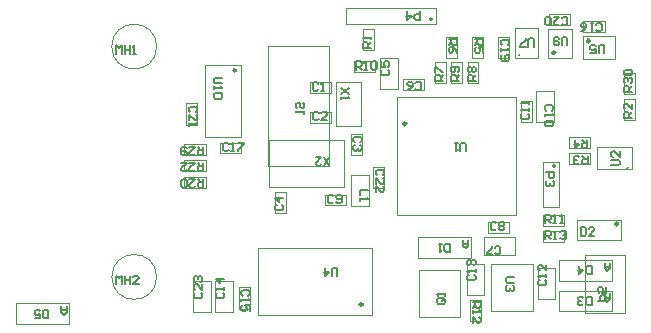
<source format=gbr>
%TF.GenerationSoftware,Altium Limited,Altium Designer,20.2.6 (244)*%
G04 Layer_Color=16711935*
%FSLAX45Y45*%
%MOMM*%
%TF.SameCoordinates,5B1E47F8-7F56-49C7-AB48-EE235D2752C7*%
%TF.FilePolarity,Positive*%
%TF.FileFunction,Other,Mechanical_29*%
%TF.Part,Single*%
G01*
G75*
%TA.AperFunction,NonConductor*%
%ADD60C,0.20000*%
%ADD62C,0.10000*%
%ADD73C,0.25000*%
%ADD74C,0.25400*%
D60*
X5261181Y2430000D02*
G03*
X5261181Y2430000I-5590J0D01*
G01*
X6178090Y1475590D02*
G03*
X6178090Y1475590I-5590J0D01*
G01*
X3822477Y2145725D02*
X3752500Y2099074D01*
X3822477D02*
X3752500Y2145725D01*
Y2075748D02*
Y2052422D01*
Y2064085D01*
X3822477D01*
X3810815Y2075748D01*
X1850000Y2440000D02*
Y2509978D01*
X1873326Y2486652D01*
X1896652Y2509978D01*
Y2440000D01*
X1919978Y2509978D02*
Y2440000D01*
Y2474989D01*
X1966629D01*
Y2509978D01*
Y2440000D01*
X1989955D02*
X2013281D01*
X2001618D01*
Y2509978D01*
X1989955Y2498315D01*
X1850000Y490000D02*
Y559978D01*
X1873326Y536652D01*
X1896652Y559978D01*
Y490000D01*
X1919978Y559978D02*
Y490000D01*
Y524989D01*
X1966629D01*
Y559978D01*
Y490000D01*
X2036607D02*
X1989955D01*
X2036607Y536652D01*
Y548315D01*
X2024944Y559978D01*
X2001618D01*
X1989955Y548315D01*
X6028793Y410733D02*
Y364082D01*
X6005468Y340756D01*
X5982142Y364082D01*
Y410733D01*
Y375744D01*
X6028793D01*
X5873588Y312958D02*
Y382935D01*
X5838599D01*
X5826937Y371273D01*
Y324621D01*
X5838599Y312958D01*
X5873588D01*
X5803611Y324621D02*
X5791948Y312958D01*
X5768622D01*
X5756959Y324621D01*
Y336284D01*
X5768622Y347947D01*
X5780285D01*
X5768622D01*
X5756959Y359610D01*
Y371273D01*
X5768622Y382935D01*
X5791948D01*
X5803611Y371273D01*
X5923897Y346438D02*
X5993874D01*
Y381427D01*
X5982211Y393090D01*
X5958885D01*
X5947223Y381427D01*
Y346438D01*
X5993874Y463068D02*
Y416416D01*
X5958885D01*
X5970548Y439742D01*
Y451405D01*
X5958885Y463068D01*
X5935560D01*
X5923897Y451405D01*
Y428079D01*
X5935560Y416416D01*
X4104833Y1410064D02*
X4116495Y1421727D01*
Y1445053D01*
X4104833Y1456716D01*
X4058181D01*
X4046518Y1445053D01*
Y1421727D01*
X4058181Y1410064D01*
X4046518Y1340087D02*
Y1386738D01*
X4093170Y1340087D01*
X4104833D01*
X4116495Y1351750D01*
Y1375075D01*
X4104833Y1386738D01*
X4046518Y1270109D02*
Y1316761D01*
X4093170Y1270109D01*
X4104833D01*
X4116495Y1281772D01*
Y1305098D01*
X4104833Y1316761D01*
X3979978Y1290000D02*
X3910000D01*
Y1243348D01*
Y1220022D02*
Y1196697D01*
Y1208360D01*
X3979978D01*
X3968315Y1220022D01*
X3685936Y1234832D02*
X3674273Y1246495D01*
X3650947D01*
X3639284Y1234832D01*
Y1188181D01*
X3650947Y1176518D01*
X3674273D01*
X3685936Y1188181D01*
X3709262D02*
X3720924Y1176518D01*
X3744250D01*
X3755913Y1188181D01*
Y1234832D01*
X3744250Y1246495D01*
X3720924D01*
X3709262Y1234832D01*
Y1223170D01*
X3720924Y1211507D01*
X3755913D01*
X3205168Y1159936D02*
X3193505Y1148273D01*
Y1124947D01*
X3205168Y1113284D01*
X3251819D01*
X3263482Y1124947D01*
Y1148273D01*
X3251819Y1159936D01*
X3263482Y1218250D02*
X3193505D01*
X3228493Y1183262D01*
Y1229913D01*
X3559936Y2184833D02*
X3548273Y2196495D01*
X3524947D01*
X3513284Y2184833D01*
Y2138181D01*
X3524947Y2126518D01*
X3548273D01*
X3559936Y2138181D01*
X3583262Y2126518D02*
X3606587D01*
X3594924D01*
Y2196495D01*
X3583262Y2184833D01*
X3562410Y1934833D02*
X3550748Y1946495D01*
X3527422D01*
X3515759Y1934833D01*
Y1888181D01*
X3527422Y1876518D01*
X3550748D01*
X3562410Y1888181D01*
X3632388Y1876518D02*
X3585736D01*
X3632388Y1923170D01*
Y1934833D01*
X3620725Y1946495D01*
X3597399D01*
X3585736Y1934833D01*
X3914833Y1690064D02*
X3926496Y1701727D01*
Y1725053D01*
X3914833Y1736716D01*
X3868181D01*
X3856518Y1725053D01*
Y1701727D01*
X3868181Y1690064D01*
X3914833Y1666738D02*
X3926496Y1655075D01*
Y1631750D01*
X3914833Y1620087D01*
X3903170D01*
X3891507Y1631750D01*
Y1643413D01*
Y1631750D01*
X3879844Y1620087D01*
X3868181D01*
X3856518Y1631750D01*
Y1655075D01*
X3868181Y1666738D01*
X4099160Y2304227D02*
X4087498Y2292564D01*
Y2269239D01*
X4099160Y2257576D01*
X4145812D01*
X4157475Y2269239D01*
Y2292564D01*
X4145812Y2304227D01*
X4087498Y2374205D02*
Y2327553D01*
X4122486D01*
X4110823Y2350879D01*
Y2362542D01*
X4122486Y2374205D01*
X4145812D01*
X4157475Y2362542D01*
Y2339216D01*
X4145812Y2327553D01*
X3878251Y2305163D02*
Y2375140D01*
X3913240D01*
X3924903Y2363477D01*
Y2340152D01*
X3913240Y2328489D01*
X3878251D01*
X3901577D02*
X3924903Y2305163D01*
X3948229D02*
X3971555D01*
X3959892D01*
Y2375140D01*
X3948229Y2363477D01*
X4006543D02*
X4018206Y2375140D01*
X4041532D01*
X4053195Y2363477D01*
Y2316826D01*
X4041532Y2305163D01*
X4018206D01*
X4006543Y2316826D01*
Y2363477D01*
X4004837Y2490751D02*
X3934860D01*
Y2525740D01*
X3946522Y2537403D01*
X3969848D01*
X3981511Y2525740D01*
Y2490751D01*
Y2514077D02*
X4004837Y2537403D01*
Y2560729D02*
Y2584055D01*
Y2572392D01*
X3934860D01*
X3946522Y2560729D01*
X4418500Y2797500D02*
Y2727523D01*
X4383511D01*
X4371848Y2739186D01*
Y2762511D01*
X4383511Y2774174D01*
X4418500D01*
X4313534Y2797500D02*
Y2727523D01*
X4348522Y2762511D01*
X4301871D01*
X4662638Y2564325D02*
X4732615D01*
Y2529336D01*
X4720952Y2517673D01*
X4697627D01*
X4685964Y2529336D01*
Y2564325D01*
Y2540999D02*
X4662638Y2517673D01*
X4732615Y2447696D02*
X4720952Y2471021D01*
X4697627Y2494347D01*
X4674301D01*
X4662638Y2482684D01*
Y2459359D01*
X4674301Y2447696D01*
X4685964D01*
X4697627Y2459359D01*
Y2494347D01*
X4617287Y2210803D02*
X4547310D01*
Y2245791D01*
X4558973Y2257454D01*
X4582298D01*
X4593961Y2245791D01*
Y2210803D01*
Y2234128D02*
X4617287Y2257454D01*
X4547310Y2280780D02*
Y2327432D01*
X4558973D01*
X4605624Y2280780D01*
X4617287D01*
X4752312Y2210802D02*
X4682335D01*
Y2245791D01*
X4693998Y2257453D01*
X4717324D01*
X4728986Y2245791D01*
Y2210802D01*
Y2234128D02*
X4752312Y2257453D01*
X4740649Y2280779D02*
X4752312Y2292442D01*
Y2315768D01*
X4740649Y2327431D01*
X4693998D01*
X4682335Y2315768D01*
Y2292442D01*
X4693998Y2280779D01*
X4705661D01*
X4717324Y2292442D01*
Y2327431D01*
X4892221Y2210803D02*
X4822244D01*
Y2245791D01*
X4833907Y2257454D01*
X4857233D01*
X4868896Y2245791D01*
Y2210803D01*
Y2234128D02*
X4892221Y2257454D01*
X4833907Y2280780D02*
X4822244Y2292443D01*
Y2315769D01*
X4833907Y2327432D01*
X4845570D01*
X4857233Y2315769D01*
X4868896Y2327432D01*
X4880558D01*
X4892221Y2315769D01*
Y2292443D01*
X4880558Y2280780D01*
X4868896D01*
X4857233Y2292443D01*
X4845570Y2280780D01*
X4833907D01*
X4857233Y2292443D02*
Y2315769D01*
X4882638Y2564326D02*
X4952615D01*
Y2529337D01*
X4940953Y2517674D01*
X4917627D01*
X4905964Y2529337D01*
Y2564326D01*
Y2541000D02*
X4882638Y2517674D01*
X4952615Y2447696D02*
Y2494348D01*
X4917627D01*
X4929290Y2471022D01*
Y2459359D01*
X4917627Y2447696D01*
X4894301D01*
X4882638Y2459359D01*
Y2482685D01*
X4894301Y2494348D01*
X5163627Y2510064D02*
X5175290Y2521727D01*
Y2545053D01*
X5163627Y2556716D01*
X5116975D01*
X5105312Y2545053D01*
Y2521727D01*
X5116975Y2510064D01*
X5105312Y2486738D02*
Y2463413D01*
Y2475076D01*
X5175290D01*
X5163627Y2486738D01*
X5116975Y2428424D02*
X5105312Y2416761D01*
Y2393435D01*
X5116975Y2381772D01*
X5163627D01*
X5175290Y2393435D01*
Y2416761D01*
X5163627Y2428424D01*
X5151964D01*
X5140301Y2416761D01*
Y2381772D01*
X5385000Y2500322D02*
Y2558636D01*
X5373337Y2570299D01*
X5350011D01*
X5338348Y2558636D01*
Y2500322D01*
X5315022D02*
X5268371D01*
Y2511985D01*
X5315022Y2558636D01*
Y2570299D01*
X5535840Y1955848D02*
X5547503Y1967511D01*
Y1990837D01*
X5535840Y2002500D01*
X5489188D01*
X5477525Y1990837D01*
Y1967511D01*
X5489188Y1955848D01*
X5477525Y1932522D02*
Y1909197D01*
Y1920860D01*
X5547503D01*
X5535840Y1932522D01*
Y1874208D02*
X5547503Y1862545D01*
Y1839219D01*
X5535840Y1827556D01*
X5489188D01*
X5477525Y1839219D01*
Y1862545D01*
X5489188Y1874208D01*
X5535840D01*
X5667768Y2509608D02*
Y2567922D01*
X5656105Y2579585D01*
X5632779D01*
X5621116Y2567922D01*
Y2509608D01*
X5597790Y2567922D02*
X5586128Y2579585D01*
X5562802D01*
X5551139Y2567922D01*
Y2521271D01*
X5562802Y2509608D01*
X5586128D01*
X5597790Y2521271D01*
Y2532933D01*
X5586128Y2544596D01*
X5551139D01*
X5910064Y2640208D02*
X5921727Y2628545D01*
X5945053D01*
X5956716Y2640208D01*
Y2686860D01*
X5945053Y2698523D01*
X5921727D01*
X5910064Y2686860D01*
X5886738Y2698523D02*
X5863412D01*
X5875075D01*
Y2628545D01*
X5886738Y2640208D01*
X5781772Y2628545D02*
X5805098Y2640208D01*
X5828424Y2663534D01*
Y2686860D01*
X5816761Y2698523D01*
X5793435D01*
X5781772Y2686860D01*
Y2675197D01*
X5793435Y2663534D01*
X5828424D01*
X5978186Y2447650D02*
Y2505965D01*
X5966523Y2517627D01*
X5943198D01*
X5931535Y2505965D01*
Y2447650D01*
X5861557D02*
X5908209D01*
Y2482639D01*
X5884883Y2470976D01*
X5873220D01*
X5861557Y2482639D01*
Y2505965D01*
X5873220Y2517627D01*
X5896546D01*
X5908209Y2505965D01*
X6214837Y2118251D02*
X6144860D01*
Y2153240D01*
X6156523Y2164903D01*
X6179848D01*
X6191511Y2153240D01*
Y2118251D01*
Y2141577D02*
X6214837Y2164903D01*
X6156523Y2188229D02*
X6144860Y2199892D01*
Y2223218D01*
X6156523Y2234880D01*
X6168186D01*
X6179848Y2223218D01*
Y2211555D01*
Y2223218D01*
X6191511Y2234880D01*
X6203174D01*
X6214837Y2223218D01*
Y2199892D01*
X6203174Y2188229D01*
X6156523Y2258206D02*
X6144860Y2269869D01*
Y2293195D01*
X6156523Y2304858D01*
X6203174D01*
X6214837Y2293195D01*
Y2269869D01*
X6203174Y2258206D01*
X6156523D01*
X5836749Y1709862D02*
Y1639885D01*
X5801760D01*
X5790097Y1651548D01*
Y1674873D01*
X5801760Y1686536D01*
X5836749D01*
X5813423D02*
X5790097Y1709862D01*
X5731783D02*
Y1639885D01*
X5766771Y1674873D01*
X5720120D01*
X5839249Y1574837D02*
Y1504860D01*
X5804260D01*
X5792597Y1516522D01*
Y1539848D01*
X5804260Y1551511D01*
X5839249D01*
X5815923D02*
X5792597Y1574837D01*
X5769271Y1516522D02*
X5757608Y1504860D01*
X5734282D01*
X5722619Y1516522D01*
Y1528185D01*
X5734282Y1539848D01*
X5745945D01*
X5734282D01*
X5722619Y1551511D01*
Y1563174D01*
X5734282Y1574837D01*
X5757608D01*
X5769271Y1563174D01*
X5780000Y969977D02*
Y900000D01*
X5814989D01*
X5826652Y911663D01*
Y958315D01*
X5814989Y969977D01*
X5780000D01*
X5896629Y900000D02*
X5849978D01*
X5896629Y946652D01*
Y958315D01*
X5884966Y969977D01*
X5861641D01*
X5849978Y958315D01*
X5478251Y1005163D02*
Y1075140D01*
X5513240D01*
X5524903Y1063477D01*
Y1040152D01*
X5513240Y1028489D01*
X5478251D01*
X5501577D02*
X5524903Y1005163D01*
X5548229D02*
X5571555D01*
X5559892D01*
Y1075140D01*
X5548229Y1063477D01*
X5606543Y1005163D02*
X5629869D01*
X5618206D01*
Y1075140D01*
X5606543Y1063477D01*
X5480751Y870138D02*
Y940115D01*
X5515740D01*
X5527403Y928452D01*
Y905126D01*
X5515740Y893464D01*
X5480751D01*
X5504077D02*
X5527403Y870138D01*
X5550729D02*
X5574055D01*
X5562392D01*
Y940115D01*
X5550729Y928452D01*
X5609043D02*
X5620706Y940115D01*
X5644032D01*
X5655695Y928452D01*
Y916789D01*
X5644032Y905126D01*
X5632369D01*
X5644032D01*
X5655695Y893464D01*
Y881801D01*
X5644032Y870138D01*
X5620706D01*
X5609043Y881801D01*
X5063936Y1002358D02*
X5052273Y1014021D01*
X5028947D01*
X5017284Y1002358D01*
Y955706D01*
X5028947Y944043D01*
X5052273D01*
X5063936Y955706D01*
X5087261Y1002358D02*
X5098924Y1014021D01*
X5122250D01*
X5133913Y1002358D01*
Y990695D01*
X5122250Y979032D01*
X5133913Y967369D01*
Y955706D01*
X5122250Y944043D01*
X5098924D01*
X5087261Y955706D01*
Y967369D01*
X5098924Y979032D01*
X5087261Y990695D01*
Y1002358D01*
X5098924Y979032D02*
X5122250D01*
X5053348Y751685D02*
X5065011Y740022D01*
X5088337D01*
X5100000Y751685D01*
Y798337D01*
X5088337Y810000D01*
X5065011D01*
X5053348Y798337D01*
X5030022Y740022D02*
X4983371D01*
Y751685D01*
X5030022Y798337D01*
Y810000D01*
X6028793Y670733D02*
Y624082D01*
X6005468Y600756D01*
X5982142Y624082D01*
Y670733D01*
Y635744D01*
X6028793D01*
X5873588Y572958D02*
Y642935D01*
X5838599D01*
X5826937Y631273D01*
Y584621D01*
X5838599Y572958D01*
X5873588D01*
X5768622Y642935D02*
Y572958D01*
X5803611Y607947D01*
X5756959D01*
X5431660Y526652D02*
X5419997Y514989D01*
Y491663D01*
X5431660Y480000D01*
X5478312D01*
X5489975Y491663D01*
Y514989D01*
X5478312Y526652D01*
X5489975Y549978D02*
Y573303D01*
Y561640D01*
X5419997D01*
X5431660Y549978D01*
X5489975Y654944D02*
Y608292D01*
X5443323Y654944D01*
X5431660D01*
X5419997Y643281D01*
Y619955D01*
X5431660Y608292D01*
X5218077Y547562D02*
X5159763D01*
X5148100Y535899D01*
Y512573D01*
X5159763Y500910D01*
X5218077D01*
X5206415Y477584D02*
X5218077Y465921D01*
Y442595D01*
X5206415Y430932D01*
X5194752D01*
X5183089Y442595D01*
Y454258D01*
Y442595D01*
X5171426Y430932D01*
X5159763D01*
X5148100Y442595D01*
Y465921D01*
X5159763Y477584D01*
X4831686Y566652D02*
X4820023Y554989D01*
Y531663D01*
X4831686Y520000D01*
X4878337D01*
X4890000Y531663D01*
Y554989D01*
X4878337Y566652D01*
X4890000Y589977D02*
Y613303D01*
Y601640D01*
X4820023D01*
X4831686Y589977D01*
Y648292D02*
X4820023Y659955D01*
Y683281D01*
X4831686Y694944D01*
X4843348D01*
X4855011Y683281D01*
Y671618D01*
Y683281D01*
X4866674Y694944D01*
X4878337D01*
X4890000Y683281D01*
Y659955D01*
X4878337Y648292D01*
X4865163Y336749D02*
X4935140D01*
Y301760D01*
X4923478Y290097D01*
X4900152D01*
X4888489Y301760D01*
Y336749D01*
Y313423D02*
X4865163Y290097D01*
Y266771D02*
Y243446D01*
Y255108D01*
X4935140D01*
X4923478Y266771D01*
X4865163Y161805D02*
Y208457D01*
X4911815Y161805D01*
X4923478D01*
X4935140Y173468D01*
Y196794D01*
X4923478Y208457D01*
X4620211Y369090D02*
X4573560D01*
X4561897Y357427D01*
Y334101D01*
X4573560Y322439D01*
X4620211D01*
X4631874Y334101D01*
Y357427D01*
X4608549Y345764D02*
X4631874Y369090D01*
Y357427D02*
X4620211Y369090D01*
X4631874Y392416D02*
Y415742D01*
Y404079D01*
X4561897D01*
X4573560Y392416D01*
X2964833Y390064D02*
X2976495Y401727D01*
Y425053D01*
X2964833Y436716D01*
X2918181D01*
X2906518Y425053D01*
Y401727D01*
X2918181Y390064D01*
X2906518Y366739D02*
Y343413D01*
Y355076D01*
X2976495D01*
X2964833Y366739D01*
X2976495Y261772D02*
Y308424D01*
X2941507D01*
X2953170Y285098D01*
Y273435D01*
X2941507Y261772D01*
X2918181D01*
X2906518Y273435D01*
Y296761D01*
X2918181Y308424D01*
X2701685Y416652D02*
X2690022Y404989D01*
Y381663D01*
X2701685Y370000D01*
X2748337D01*
X2760000Y381663D01*
Y404989D01*
X2748337Y416652D01*
X2760000Y439978D02*
Y463304D01*
Y451641D01*
X2690022D01*
X2701685Y439978D01*
X2760000Y533281D02*
X2690022D01*
X2725011Y498292D01*
Y544944D01*
X2516660Y416652D02*
X2504997Y404989D01*
Y381663D01*
X2516660Y370000D01*
X2563311D01*
X2574974Y381663D01*
Y404989D01*
X2563311Y416652D01*
X2574974Y486629D02*
Y439978D01*
X2528323Y486629D01*
X2516660D01*
X2504997Y474967D01*
Y451641D01*
X2516660Y439978D01*
Y509955D02*
X2504997Y521618D01*
Y544944D01*
X2516660Y556607D01*
X2528323D01*
X2539986Y544944D01*
Y533281D01*
Y544944D01*
X2551648Y556607D01*
X2563311D01*
X2574974Y544944D01*
Y521618D01*
X2563311Y509955D01*
X2584274Y1649863D02*
Y1579885D01*
X2549285D01*
X2537623Y1591548D01*
Y1614874D01*
X2549285Y1626537D01*
X2584274D01*
X2560948D02*
X2537623Y1649863D01*
X2467645D02*
X2514297D01*
X2467645Y1603211D01*
Y1591548D01*
X2479308Y1579885D01*
X2502634D01*
X2514297Y1591548D01*
X2444319Y1638200D02*
X2432656Y1649863D01*
X2409330D01*
X2397668Y1638200D01*
Y1591548D01*
X2409330Y1579885D01*
X2432656D01*
X2444319Y1591548D01*
Y1603211D01*
X2432656Y1614874D01*
X2397668D01*
X2584274Y1514837D02*
Y1444860D01*
X2549285D01*
X2537623Y1456523D01*
Y1479849D01*
X2549285Y1491512D01*
X2584274D01*
X2560948D02*
X2537623Y1514837D01*
X2467645D02*
X2514297D01*
X2467645Y1468186D01*
Y1456523D01*
X2479308Y1444860D01*
X2502634D01*
X2514297Y1456523D01*
X2397668Y1514837D02*
X2444319D01*
X2397668Y1468186D01*
Y1456523D01*
X2409330Y1444860D01*
X2432656D01*
X2444319Y1456523D01*
X2584274Y1374837D02*
Y1304860D01*
X2549285D01*
X2537623Y1316523D01*
Y1339849D01*
X2549285Y1351512D01*
X2584274D01*
X2560948D02*
X2537623Y1374837D01*
X2467645D02*
X2514297D01*
X2467645Y1328186D01*
Y1316523D01*
X2479308Y1304860D01*
X2502634D01*
X2514297Y1316523D01*
X2444319D02*
X2432656Y1304860D01*
X2409330D01*
X2397668Y1316523D01*
Y1363175D01*
X2409330Y1374837D01*
X2432656D01*
X2444319Y1363175D01*
Y1316523D01*
X2799936Y1674833D02*
X2788273Y1686496D01*
X2764947D01*
X2753284Y1674833D01*
Y1628181D01*
X2764947Y1616518D01*
X2788273D01*
X2799936Y1628181D01*
X2823262Y1616518D02*
X2846587D01*
X2834924D01*
Y1686496D01*
X2823262Y1674833D01*
X2881576Y1686496D02*
X2928228D01*
Y1674833D01*
X2881576Y1628181D01*
Y1616518D01*
X2522307Y1946065D02*
X2533970Y1957728D01*
Y1981053D01*
X2522307Y1992716D01*
X2475656D01*
X2463993Y1981053D01*
Y1957728D01*
X2475656Y1946065D01*
X2463993Y1876087D02*
Y1922739D01*
X2510644Y1876087D01*
X2522307D01*
X2533970Y1887750D01*
Y1911076D01*
X2522307Y1922739D01*
X2463993Y1852761D02*
Y1829436D01*
Y1841098D01*
X2533970D01*
X2522307Y1852761D01*
X1428793Y300733D02*
Y254082D01*
X1405468Y230756D01*
X1382142Y254082D01*
Y300733D01*
Y265744D01*
X1428793D01*
X1273588Y202958D02*
Y272935D01*
X1238600D01*
X1226937Y261273D01*
Y214621D01*
X1238600Y202958D01*
X1273588D01*
X1156959D02*
X1203611D01*
Y237947D01*
X1180285Y226284D01*
X1168622D01*
X1156959Y237947D01*
Y261273D01*
X1168622Y272935D01*
X1191948D01*
X1203611Y261273D01*
X3652500Y1493248D02*
X3605848Y1563225D01*
Y1493248D02*
X3652500Y1563225D01*
X3535871D02*
X3582522D01*
X3535871Y1516574D01*
Y1504911D01*
X3547534Y1493248D01*
X3570860D01*
X3582522Y1504911D01*
X3381685Y1978374D02*
X3370022Y1990037D01*
Y2013362D01*
X3381685Y2025025D01*
X3393348D01*
X3405011Y2013362D01*
Y1990037D01*
X3416674Y1978374D01*
X3428337D01*
X3440000Y1990037D01*
Y2013362D01*
X3428337Y2025025D01*
X3440000Y1955048D02*
Y1931722D01*
Y1943385D01*
X3370022D01*
X3381685Y1955048D01*
X5620064Y2695168D02*
X5631727Y2683505D01*
X5655053D01*
X5666716Y2695168D01*
Y2741819D01*
X5655053Y2753482D01*
X5631727D01*
X5620064Y2741819D01*
X5550087Y2753482D02*
X5596738D01*
X5550087Y2706831D01*
Y2695168D01*
X5561750Y2683505D01*
X5585075D01*
X5596738Y2695168D01*
X5526761D02*
X5515098Y2683505D01*
X5491772D01*
X5480109Y2695168D01*
Y2741819D01*
X5491772Y2753482D01*
X5515098D01*
X5526761Y2741819D01*
Y2695168D01*
X6214837Y1898251D02*
X6144860D01*
Y1933240D01*
X6156523Y1944903D01*
X6179848D01*
X6191511Y1933240D01*
Y1898251D01*
Y1921577D02*
X6214837Y1944903D01*
Y2014880D02*
Y1968229D01*
X6168186Y2014880D01*
X6156523D01*
X6144860Y2003217D01*
Y1979892D01*
X6156523Y1968229D01*
X5285167Y1929936D02*
X5273505Y1918273D01*
Y1894947D01*
X5285167Y1883284D01*
X5331819D01*
X5343482Y1894947D01*
Y1918273D01*
X5331819Y1929936D01*
X5343482Y1953262D02*
Y1976587D01*
Y1964924D01*
X5273505D01*
X5285167Y1953262D01*
X5343482Y2011576D02*
Y2034902D01*
Y2023239D01*
X5273505D01*
X5285167Y2011576D01*
X2744977Y2235000D02*
X2686663D01*
X2675000Y2223337D01*
Y2200012D01*
X2686663Y2188349D01*
X2744977D01*
X2675000Y2165023D02*
Y2141697D01*
Y2153360D01*
X2744977D01*
X2733314Y2165023D01*
Y2106708D02*
X2744977Y2095045D01*
Y2071720D01*
X2733314Y2060057D01*
X2686663D01*
X2675000Y2071720D01*
Y2095045D01*
X2686663Y2106708D01*
X2733314D01*
X4673588Y762958D02*
Y832935D01*
X4638599D01*
X4626936Y821272D01*
Y774621D01*
X4638599Y762958D01*
X4673588D01*
X4603611Y832935D02*
X4580285D01*
X4591948D01*
Y762958D01*
X4603611Y774621D01*
X4828793Y860733D02*
Y814081D01*
X4805467Y790756D01*
X4782142Y814081D01*
Y860733D01*
Y825744D01*
X4828793D01*
X4807475Y1616347D02*
Y1674662D01*
X4795812Y1686325D01*
X4772487D01*
X4760824Y1674662D01*
Y1616347D01*
X4737498Y1686325D02*
X4714172D01*
X4725835D01*
Y1616347D01*
X4737498Y1628010D01*
X4381539Y2145218D02*
X4393202Y2133555D01*
X4416528D01*
X4428191Y2145218D01*
Y2191870D01*
X4416528Y2203533D01*
X4393202D01*
X4381539Y2191870D01*
X4311562Y2133555D02*
X4334888Y2145218D01*
X4358214Y2168544D01*
Y2191870D01*
X4346551Y2203533D01*
X4323225D01*
X4311562Y2191870D01*
Y2180207D01*
X4323225Y2168544D01*
X4358214D01*
X6040219Y1495907D02*
X6098534D01*
X6110197Y1507570D01*
Y1530896D01*
X6098534Y1542559D01*
X6040219D01*
X6110197Y1612536D02*
Y1565885D01*
X6063545Y1612536D01*
X6051882D01*
X6040219Y1600873D01*
Y1577548D01*
X6051882Y1565885D01*
X3720608Y558522D02*
Y616837D01*
X3708945Y628500D01*
X3685620D01*
X3673957Y616837D01*
Y558522D01*
X3615642Y628500D02*
Y558522D01*
X3650631Y593511D01*
X3603979D01*
X5487500Y1434500D02*
X5557478D01*
Y1399511D01*
X5545815Y1387848D01*
X5522489D01*
X5510826Y1399511D01*
Y1434500D01*
X5545815Y1364523D02*
X5557478Y1352860D01*
Y1329534D01*
X5545815Y1317871D01*
X5534152D01*
X5522489Y1329534D01*
Y1341197D01*
Y1329534D01*
X5510826Y1317871D01*
X5499163D01*
X5487500Y1329534D01*
Y1352860D01*
X5499163Y1364523D01*
D62*
X2190000Y2500000D02*
G03*
X2190000Y2500000I-190000J0D01*
G01*
Y550000D02*
G03*
X2190000Y550000I-190000J0D01*
G01*
X3710000Y2203225D02*
X3920000D01*
X3710000Y1828225D02*
Y2203225D01*
Y1828225D02*
X3920000D01*
Y2203225D01*
X6047500Y257500D02*
Y435000D01*
X5600000D02*
X6047500D01*
X5600000Y257500D02*
Y435000D01*
Y257500D02*
X6047500D01*
X5818897Y248245D02*
X6153813D01*
X5818897D02*
Y731438D01*
X6153813D01*
Y248245D02*
Y731438D01*
X4025000Y1302500D02*
X4117500D01*
Y1482500D01*
X4025000Y1302500D02*
Y1482500D01*
X4117500D01*
X3835000Y1410000D02*
X3985000D01*
X3835000Y1147500D02*
Y1410000D01*
X3985000Y1147500D02*
Y1410000D01*
X3835000Y1147500D02*
X3985000D01*
X3613500Y1155000D02*
Y1247500D01*
Y1155000D02*
X3793500D01*
X3613500Y1247500D02*
X3793500D01*
Y1155000D02*
Y1247500D01*
X3192500Y1087500D02*
X3285000D01*
Y1267500D01*
X3192500Y1087500D02*
Y1267500D01*
X3285000D01*
X3487500Y2105000D02*
Y2197500D01*
Y2105000D02*
X3667500D01*
X3487500Y2197500D02*
X3667500D01*
Y2105000D02*
Y2197500D01*
X3489975Y1855000D02*
Y1947500D01*
Y1855000D02*
X3669975D01*
X3489975Y1947500D02*
X3669975D01*
Y1855000D02*
Y1947500D01*
X3835000Y1762500D02*
X3927500D01*
X3835000Y1582500D02*
Y1762500D01*
X3927500Y1582500D02*
Y1762500D01*
X3835000Y1582500D02*
X3927500D01*
X4082475Y2400076D02*
X4232475D01*
X4082475Y2137576D02*
Y2400076D01*
X4232475Y2137576D02*
Y2400076D01*
X4082475Y2137576D02*
X4232475D01*
X3857500Y2282500D02*
Y2375000D01*
Y2282500D02*
X4037500D01*
X3857500Y2375000D02*
X4037500D01*
Y2282500D02*
Y2375000D01*
X3935000Y2470000D02*
X4027500D01*
Y2650000D01*
X3935000Y2470000D02*
Y2650000D01*
X4027500D01*
X3791000Y2827500D02*
X4551000D01*
X3791000Y2692500D02*
Y2827500D01*
Y2692500D02*
X4551000D01*
Y2827500D01*
X4639975Y2585076D02*
X4732475D01*
X4639975Y2405076D02*
Y2585076D01*
X4732475Y2405076D02*
Y2585076D01*
X4639975Y2405076D02*
X4732475D01*
X4547450Y2190051D02*
X4639950D01*
Y2370051D01*
X4547450Y2190051D02*
Y2370051D01*
X4639950D01*
X4682475Y2190050D02*
X4774975D01*
Y2370051D01*
X4682475Y2190050D02*
Y2370051D01*
X4774975D01*
X4822384Y2190051D02*
X4914884D01*
Y2370051D01*
X4822384Y2190051D02*
Y2370051D01*
X4914884D01*
X4859975Y2585077D02*
X4952475D01*
X4859975Y2405077D02*
Y2585077D01*
X4952475Y2405077D02*
Y2585077D01*
X4859975Y2405077D02*
X4952475D01*
X5083795Y2402500D02*
X5176294D01*
Y2582500D01*
X5083795Y2402500D02*
Y2582500D01*
X5176294D01*
X5222500Y2405000D02*
Y2660000D01*
Y2405000D02*
X5417500D01*
Y2660000D01*
X5222500D02*
X5417500D01*
X5402525Y1860000D02*
X5552526D01*
Y2122500D01*
X5402525Y1860000D02*
Y2122500D01*
X5552526D01*
X5502500Y2400000D02*
X5702500D01*
Y2645000D01*
X5502500D02*
X5702500D01*
X5502500Y2400000D02*
Y2645000D01*
X5802500Y2627541D02*
Y2720041D01*
Y2627541D02*
X5982500D01*
X5802500Y2720041D02*
X5982500D01*
Y2627541D02*
Y2720041D01*
X5802501Y2397501D02*
Y2590001D01*
Y2397501D02*
X6067501D01*
X5802501Y2590001D02*
X6067501D01*
Y2397501D02*
Y2590001D01*
X6145000Y2097500D02*
X6237500D01*
Y2277500D01*
X6145000Y2097500D02*
Y2277500D01*
X6237500D01*
X5857500Y1640025D02*
Y1732525D01*
X5677500D02*
X5857500D01*
X5677500Y1640025D02*
X5857500D01*
X5677500D02*
Y1732525D01*
X5860000Y1505000D02*
Y1597500D01*
X5680000D02*
X5860000D01*
X5680000Y1505000D02*
X5860000D01*
X5680000D02*
Y1597500D01*
X5744998Y860000D02*
X6120000D01*
Y1035000D01*
X5744998D02*
X6120000D01*
X5744998Y860000D02*
Y1035000D01*
X5457500Y982500D02*
Y1075000D01*
Y982500D02*
X5637500D01*
X5457500Y1075000D02*
X5637500D01*
Y982500D02*
Y1075000D01*
X5460000Y847475D02*
Y939975D01*
Y847475D02*
X5640000D01*
X5460000Y939975D02*
X5640000D01*
Y847475D02*
Y939975D01*
X5171500Y922525D02*
Y1015025D01*
X4991500D02*
X5171500D01*
X4991500Y922525D02*
X5171500D01*
X4991500D02*
Y1015025D01*
X4957500Y735000D02*
Y885000D01*
Y735000D02*
X5220000D01*
X4957500Y885000D02*
X5220000D01*
Y735000D02*
Y885000D01*
X6047500Y517500D02*
Y695000D01*
X5600000D02*
X6047500D01*
X5600000Y517500D02*
Y695000D01*
Y517500D02*
X6047500D01*
X5414974Y622500D02*
X5564975D01*
X5414974Y360000D02*
Y622500D01*
X5564975Y360000D02*
Y622500D01*
X5414974Y360000D02*
X5564975D01*
X5025000Y260000D02*
Y657500D01*
X5372500D01*
Y260000D02*
Y657500D01*
X5025000Y260000D02*
X5372500D01*
X4815000Y662500D02*
X4965000D01*
X4815000Y400000D02*
Y662500D01*
X4965000Y400000D02*
Y662500D01*
X4815000Y400000D02*
X4965000D01*
X4842500Y357500D02*
X4935000D01*
X4842500Y177500D02*
Y357500D01*
X4935000Y177500D02*
Y357500D01*
X4842500Y177500D02*
X4935000D01*
X4754974Y212500D02*
Y610000D01*
X4407474Y212500D02*
X4754974D01*
X4407474D02*
Y610000D01*
X4754974D01*
X2885000Y282500D02*
X2977500D01*
Y462500D01*
X2885000Y282500D02*
Y462500D01*
X2977500D01*
X2685000Y512500D02*
X2835000D01*
X2685000Y250000D02*
Y512500D01*
X2835000Y250000D02*
Y512500D01*
X2685000Y250000D02*
X2835000D01*
X2499974Y512500D02*
X2649974D01*
X2499974Y250000D02*
Y512500D01*
X2649974Y250000D02*
Y512500D01*
X2499974Y250000D02*
X2649974D01*
X2605026Y1580026D02*
Y1672525D01*
X2425025D02*
X2605026D01*
X2425025Y1580026D02*
X2605026D01*
X2425025D02*
Y1672525D01*
X2605026Y1445000D02*
Y1537500D01*
X2425025D02*
X2605026D01*
X2425025Y1445000D02*
X2605026D01*
X2425025D02*
Y1537500D01*
X2605026Y1305000D02*
Y1397500D01*
X2425025D02*
X2605026D01*
X2425025Y1305000D02*
X2605026D01*
X2425025D02*
Y1397500D01*
X2907500Y1595000D02*
Y1687500D01*
X2727500D02*
X2907500D01*
X2727500Y1595000D02*
X2907500D01*
X2727500D02*
Y1687500D01*
X2442475Y1838500D02*
X2534975D01*
Y2018500D01*
X2442475Y1838500D02*
Y2018500D01*
X2534975D01*
X1447500Y147500D02*
Y325000D01*
X1000000D02*
X1447500D01*
X1000000Y147500D02*
Y325000D01*
Y147500D02*
X1447500D01*
X3777500Y1310725D02*
Y1710725D01*
X3145000D02*
X3777500D01*
X3145000Y1310725D02*
Y1710725D01*
Y1310725D02*
X3777500D01*
X3130000Y2505025D02*
X3647500D01*
Y1487525D02*
Y2505025D01*
X3130000Y1487525D02*
Y2505025D01*
Y1487525D02*
X3647500D01*
X5512500Y2682500D02*
Y2775000D01*
Y2682500D02*
X5692500D01*
X5512500Y2775000D02*
X5692500D01*
Y2682500D02*
Y2775000D01*
X6145000Y2057500D02*
X6237500D01*
X6145000Y1877500D02*
Y2057500D01*
X6237500Y1877500D02*
Y2057500D01*
X6145000Y1877500D02*
X6237500D01*
X5272500Y1857500D02*
X5365000D01*
Y2037500D01*
X5272500Y1857500D02*
Y2037500D01*
X5365000D01*
X2907500Y1735000D02*
Y2347501D01*
X2600000Y1735000D02*
X2907500D01*
X2600000D02*
Y2347501D01*
X2907500D01*
X4400000Y707500D02*
X4847500D01*
X4400000D02*
Y885000D01*
X4847500D01*
Y707500D02*
Y885000D01*
X4227475Y1075050D02*
Y2072550D01*
Y1075050D02*
X5232475D01*
Y2072550D01*
X4227475D02*
X5232475D01*
X4453975Y2132550D02*
Y2225050D01*
X4273975D02*
X4453975D01*
X4273975Y2132550D02*
X4453975D01*
X4273975D02*
Y2225050D01*
X5922500Y1465000D02*
X6215000D01*
Y1650000D01*
X5922500D02*
X6215000D01*
X5922500Y1465000D02*
Y1650000D01*
X3045000Y227500D02*
X4017500D01*
X3045000D02*
Y795000D01*
X4017500D01*
Y227500D02*
Y795000D01*
X5462500Y1142000D02*
Y1527000D01*
Y1142000D02*
X5597500D01*
Y1527000D01*
X5462500D02*
X5597500D01*
D73*
X5565000Y2450000D02*
G03*
X5565000Y2450000I-12500J0D01*
G01*
X5857501Y2547501D02*
G03*
X5857501Y2547501I-12500J0D01*
G01*
X6097500Y1000000D02*
G03*
X6097500Y1000000I-12500J0D01*
G01*
X2860000Y2300000D02*
G03*
X2860000Y2300000I-10000J0D01*
G01*
X4302475Y1847551D02*
G03*
X4302475Y1847551I-12500J0D01*
G01*
X3935000Y317500D02*
G03*
X3935000Y317500I-12500J0D01*
G01*
D74*
X4521002Y2732500D02*
G03*
X4521002Y2732500I-7502J0D01*
G01*
X5565002Y1489500D02*
G03*
X5565002Y1489500I-7502J0D01*
G01*
%TF.MD5,3b750048921f77519d79b2cbd593625b*%
M02*

</source>
